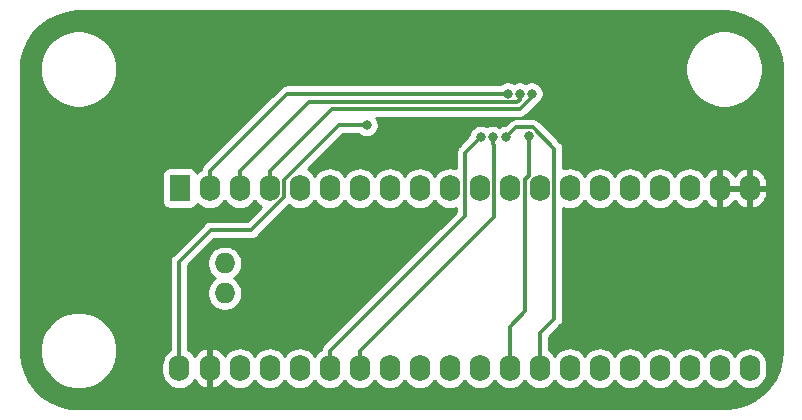
<source format=gbr>
G04 #@! TF.GenerationSoftware,KiCad,Pcbnew,5.1.5*
G04 #@! TF.CreationDate,2020-04-09T00:18:25+02:00*
G04 #@! TF.ProjectId,bluepill_control_board,626c7565-7069-46c6-9c5f-636f6e74726f,rev?*
G04 #@! TF.SameCoordinates,Original*
G04 #@! TF.FileFunction,Copper,L2,Bot*
G04 #@! TF.FilePolarity,Positive*
%FSLAX46Y46*%
G04 Gerber Fmt 4.6, Leading zero omitted, Abs format (unit mm)*
G04 Created by KiCad (PCBNEW 5.1.5) date 2020-04-09 00:18:25*
%MOMM*%
%LPD*%
G04 APERTURE LIST*
%ADD10R,1.727200X2.250000*%
%ADD11O,1.727200X2.250000*%
%ADD12O,1.727200X1.727200*%
%ADD13C,0.800000*%
%ADD14C,0.300000*%
%ADD15C,0.254000*%
G04 APERTURE END LIST*
D10*
X192579600Y-125732400D03*
D11*
X195119600Y-125732400D03*
X197659600Y-125732400D03*
X200199600Y-125732400D03*
X202739600Y-125732400D03*
X205279600Y-125732400D03*
X207819600Y-125732400D03*
X210359600Y-125732400D03*
X212899600Y-125732400D03*
X215439600Y-125732400D03*
X217979600Y-125732400D03*
X220519600Y-125732400D03*
X223059600Y-125732400D03*
X225599600Y-125732400D03*
X228139600Y-125732400D03*
X230679600Y-125732400D03*
X233219600Y-125732400D03*
X235759600Y-125732400D03*
X238299600Y-125732400D03*
X240839600Y-125732400D03*
X240839600Y-140972400D03*
X238299600Y-140972400D03*
X235759600Y-140972400D03*
X233219600Y-140972400D03*
X230679600Y-140972400D03*
X228139600Y-140972400D03*
X225599600Y-140972400D03*
X223059600Y-140972400D03*
X220519600Y-140972400D03*
X217979600Y-140972400D03*
X215439600Y-140972400D03*
X212899600Y-140972400D03*
X210359600Y-140972400D03*
X207819600Y-140972400D03*
X205279600Y-140972400D03*
X202739600Y-140972400D03*
X200199600Y-140972400D03*
X197659600Y-140972400D03*
X195119600Y-140972400D03*
X192528800Y-140972400D03*
D12*
X196389600Y-134632400D03*
X196389600Y-132092400D03*
D13*
X215900000Y-116078000D03*
X229235000Y-122301000D03*
X208407000Y-120396000D03*
X218059000Y-121424000D03*
X219075000Y-121412000D03*
X220206669Y-121423331D03*
X222114990Y-121332169D03*
X220360997Y-117729000D03*
X221361000Y-117729000D03*
X222377000Y-117729000D03*
D14*
X201413210Y-126496493D02*
X198623703Y-129286000D01*
X201413210Y-125081087D02*
X201413210Y-126496493D01*
X208407000Y-120396000D02*
X206098297Y-120396000D01*
X206098297Y-120396000D02*
X201413210Y-125081087D01*
X198623703Y-129286000D02*
X195199000Y-129286000D01*
X192528800Y-131956200D02*
X192528800Y-140972400D01*
X195199000Y-129286000D02*
X192528800Y-131956200D01*
X216765990Y-122717010D02*
X217659001Y-121823999D01*
X217659001Y-121823999D02*
X218059000Y-121424000D01*
X216765990Y-128061010D02*
X216765990Y-122717010D01*
X205279600Y-139547400D02*
X216765990Y-128061010D01*
X205279600Y-140972400D02*
X205279600Y-139547400D01*
X219075000Y-121977685D02*
X219075000Y-121412000D01*
X219193210Y-122095895D02*
X219075000Y-121977685D01*
X219193210Y-128173790D02*
X219193210Y-122095895D01*
X207819600Y-139547400D02*
X219193210Y-128173790D01*
X207819600Y-140972400D02*
X207819600Y-139547400D01*
X224282000Y-123095998D02*
X224282000Y-136779000D01*
X223059600Y-138001400D02*
X223059600Y-140972400D01*
X224282000Y-136779000D02*
X223059600Y-138001400D01*
X221047832Y-120582168D02*
X220206669Y-121423331D01*
X224282000Y-123095998D02*
X224282000Y-122389177D01*
X222474991Y-120582168D02*
X221047832Y-120582168D01*
X224282000Y-122389177D02*
X222474991Y-120582168D01*
X222114990Y-124699307D02*
X221845990Y-124968307D01*
X222114990Y-121332169D02*
X222114990Y-124699307D01*
X221845990Y-124968307D02*
X221845990Y-136167010D01*
X220519600Y-137493400D02*
X220519600Y-140972400D01*
X221845990Y-136167010D02*
X220519600Y-137493400D01*
X195119600Y-124307400D02*
X195119600Y-125732400D01*
X201698000Y-117729000D02*
X195119600Y-124307400D01*
X220360997Y-117729000D02*
X201698000Y-117729000D01*
X221361000Y-118294685D02*
X221361000Y-117729000D01*
X221176684Y-118479001D02*
X221361000Y-118294685D01*
X203487999Y-118479001D02*
X221176684Y-118479001D01*
X197659600Y-124307400D02*
X203487999Y-118479001D01*
X197659600Y-125732400D02*
X197659600Y-124307400D01*
X200199600Y-124307400D02*
X200199600Y-125732400D01*
X205515990Y-118991010D02*
X200199600Y-124307400D01*
X221371795Y-118991010D02*
X205515990Y-118991010D01*
X222377000Y-117985805D02*
X221371795Y-118991010D01*
X222377000Y-117729000D02*
X222377000Y-117985805D01*
D15*
G36*
X239477726Y-110841605D02*
G01*
X240281784Y-111050298D01*
X241039182Y-111391481D01*
X241728270Y-111855401D01*
X242329340Y-112428793D01*
X242825207Y-113095262D01*
X243201691Y-113835751D01*
X243448028Y-114629087D01*
X243559836Y-115472663D01*
X243565001Y-115691827D01*
X243565000Y-139447048D01*
X243492395Y-140302725D01*
X243283701Y-141106786D01*
X242942520Y-141864182D01*
X242478596Y-142553273D01*
X241905207Y-143154340D01*
X241238738Y-143650207D01*
X240498247Y-144026692D01*
X239704913Y-144273028D01*
X238861338Y-144384836D01*
X238642215Y-144390000D01*
X184052952Y-144390000D01*
X183197275Y-144317395D01*
X182393214Y-144108701D01*
X181635818Y-143767520D01*
X180946727Y-143303596D01*
X180345660Y-142730207D01*
X179849793Y-142063738D01*
X179473308Y-141323247D01*
X179226972Y-140529913D01*
X179115164Y-139686338D01*
X179110000Y-139467215D01*
X179110000Y-139151456D01*
X180738000Y-139151456D01*
X180738000Y-139798544D01*
X180864240Y-140433199D01*
X181111871Y-141031031D01*
X181471374Y-141569066D01*
X181928934Y-142026626D01*
X182466969Y-142386129D01*
X183064801Y-142633760D01*
X183699456Y-142760000D01*
X184346544Y-142760000D01*
X184981199Y-142633760D01*
X185579031Y-142386129D01*
X186117066Y-142026626D01*
X186574626Y-141569066D01*
X186934129Y-141031031D01*
X187097184Y-140637381D01*
X191030200Y-140637381D01*
X191030200Y-141307418D01*
X191051884Y-141527576D01*
X191137575Y-141810063D01*
X191276731Y-142070405D01*
X191464003Y-142298597D01*
X191692194Y-142485869D01*
X191952536Y-142625025D01*
X192235023Y-142710716D01*
X192528800Y-142739651D01*
X192822576Y-142710716D01*
X193105063Y-142625025D01*
X193365405Y-142485869D01*
X193593597Y-142298597D01*
X193780869Y-142070406D01*
X193824857Y-141988111D01*
X193944117Y-142171974D01*
X194149732Y-142383273D01*
X194392619Y-142550398D01*
X194663443Y-142666927D01*
X194760574Y-142688758D01*
X194992600Y-142567617D01*
X194992600Y-141099400D01*
X194972600Y-141099400D01*
X194972600Y-140845400D01*
X194992600Y-140845400D01*
X194992600Y-139377183D01*
X194760574Y-139256042D01*
X194663443Y-139277873D01*
X194392619Y-139394402D01*
X194149732Y-139561527D01*
X193944117Y-139772826D01*
X193824857Y-139956689D01*
X193780869Y-139874394D01*
X193593597Y-139646203D01*
X193365406Y-139458931D01*
X193313800Y-139431347D01*
X193313800Y-132281357D01*
X193650356Y-131944801D01*
X194891000Y-131944801D01*
X194891000Y-132239999D01*
X194948590Y-132529525D01*
X195061558Y-132802253D01*
X195225561Y-133047702D01*
X195434298Y-133256439D01*
X195592881Y-133362400D01*
X195434298Y-133468361D01*
X195225561Y-133677098D01*
X195061558Y-133922547D01*
X194948590Y-134195275D01*
X194891000Y-134484801D01*
X194891000Y-134779999D01*
X194948590Y-135069525D01*
X195061558Y-135342253D01*
X195225561Y-135587702D01*
X195434298Y-135796439D01*
X195679747Y-135960442D01*
X195952475Y-136073410D01*
X196242001Y-136131000D01*
X196537199Y-136131000D01*
X196826725Y-136073410D01*
X197099453Y-135960442D01*
X197344902Y-135796439D01*
X197553639Y-135587702D01*
X197717642Y-135342253D01*
X197830610Y-135069525D01*
X197888200Y-134779999D01*
X197888200Y-134484801D01*
X197830610Y-134195275D01*
X197717642Y-133922547D01*
X197553639Y-133677098D01*
X197344902Y-133468361D01*
X197186319Y-133362400D01*
X197344902Y-133256439D01*
X197553639Y-133047702D01*
X197717642Y-132802253D01*
X197830610Y-132529525D01*
X197888200Y-132239999D01*
X197888200Y-131944801D01*
X197830610Y-131655275D01*
X197717642Y-131382547D01*
X197553639Y-131137098D01*
X197344902Y-130928361D01*
X197099453Y-130764358D01*
X196826725Y-130651390D01*
X196537199Y-130593800D01*
X196242001Y-130593800D01*
X195952475Y-130651390D01*
X195679747Y-130764358D01*
X195434298Y-130928361D01*
X195225561Y-131137098D01*
X195061558Y-131382547D01*
X194948590Y-131655275D01*
X194891000Y-131944801D01*
X193650356Y-131944801D01*
X195524158Y-130071000D01*
X198585150Y-130071000D01*
X198623703Y-130074797D01*
X198662256Y-130071000D01*
X198662264Y-130071000D01*
X198777590Y-130059641D01*
X198925563Y-130014754D01*
X199061936Y-129941862D01*
X199181467Y-129843764D01*
X199206050Y-129813810D01*
X201832140Y-127187720D01*
X201902995Y-127245869D01*
X202163337Y-127385025D01*
X202445824Y-127470716D01*
X202739600Y-127499651D01*
X203033377Y-127470716D01*
X203315864Y-127385025D01*
X203576206Y-127245869D01*
X203804397Y-127058597D01*
X203991669Y-126830406D01*
X204009600Y-126796860D01*
X204027531Y-126830406D01*
X204214803Y-127058597D01*
X204442995Y-127245869D01*
X204703337Y-127385025D01*
X204985824Y-127470716D01*
X205279600Y-127499651D01*
X205573377Y-127470716D01*
X205855864Y-127385025D01*
X206116206Y-127245869D01*
X206344397Y-127058597D01*
X206531669Y-126830406D01*
X206549600Y-126796860D01*
X206567531Y-126830406D01*
X206754803Y-127058597D01*
X206982995Y-127245869D01*
X207243337Y-127385025D01*
X207525824Y-127470716D01*
X207819600Y-127499651D01*
X208113377Y-127470716D01*
X208395864Y-127385025D01*
X208656206Y-127245869D01*
X208884397Y-127058597D01*
X209071669Y-126830406D01*
X209089600Y-126796860D01*
X209107531Y-126830406D01*
X209294803Y-127058597D01*
X209522995Y-127245869D01*
X209783337Y-127385025D01*
X210065824Y-127470716D01*
X210359600Y-127499651D01*
X210653377Y-127470716D01*
X210935864Y-127385025D01*
X211196206Y-127245869D01*
X211424397Y-127058597D01*
X211611669Y-126830406D01*
X211629600Y-126796860D01*
X211647531Y-126830406D01*
X211834803Y-127058597D01*
X212062995Y-127245869D01*
X212323337Y-127385025D01*
X212605824Y-127470716D01*
X212899600Y-127499651D01*
X213193377Y-127470716D01*
X213475864Y-127385025D01*
X213736206Y-127245869D01*
X213964397Y-127058597D01*
X214151669Y-126830406D01*
X214169600Y-126796860D01*
X214187531Y-126830406D01*
X214374803Y-127058597D01*
X214602995Y-127245869D01*
X214863337Y-127385025D01*
X215145824Y-127470716D01*
X215439600Y-127499651D01*
X215733377Y-127470716D01*
X215980990Y-127395604D01*
X215980990Y-127735853D01*
X204751785Y-138965058D01*
X204721837Y-138989636D01*
X204697259Y-139019584D01*
X204697255Y-139019588D01*
X204672759Y-139049437D01*
X204623739Y-139109167D01*
X204584777Y-139182060D01*
X204550846Y-139245541D01*
X204505959Y-139393514D01*
X204502657Y-139427041D01*
X204442995Y-139458931D01*
X204214803Y-139646203D01*
X204027531Y-139874394D01*
X204009600Y-139907940D01*
X203991669Y-139874394D01*
X203804397Y-139646203D01*
X203576206Y-139458931D01*
X203315864Y-139319775D01*
X203033377Y-139234084D01*
X202739600Y-139205149D01*
X202445824Y-139234084D01*
X202163337Y-139319775D01*
X201902995Y-139458931D01*
X201674803Y-139646203D01*
X201487531Y-139874394D01*
X201469600Y-139907940D01*
X201451669Y-139874394D01*
X201264397Y-139646203D01*
X201036206Y-139458931D01*
X200775864Y-139319775D01*
X200493377Y-139234084D01*
X200199600Y-139205149D01*
X199905824Y-139234084D01*
X199623337Y-139319775D01*
X199362995Y-139458931D01*
X199134803Y-139646203D01*
X198947531Y-139874394D01*
X198929600Y-139907940D01*
X198911669Y-139874394D01*
X198724397Y-139646203D01*
X198496206Y-139458931D01*
X198235864Y-139319775D01*
X197953377Y-139234084D01*
X197659600Y-139205149D01*
X197365824Y-139234084D01*
X197083337Y-139319775D01*
X196822995Y-139458931D01*
X196594803Y-139646203D01*
X196407531Y-139874394D01*
X196386493Y-139913753D01*
X196295083Y-139772826D01*
X196089468Y-139561527D01*
X195846581Y-139394402D01*
X195575757Y-139277873D01*
X195478626Y-139256042D01*
X195246600Y-139377183D01*
X195246600Y-140845400D01*
X195266600Y-140845400D01*
X195266600Y-141099400D01*
X195246600Y-141099400D01*
X195246600Y-142567617D01*
X195478626Y-142688758D01*
X195575757Y-142666927D01*
X195846581Y-142550398D01*
X196089468Y-142383273D01*
X196295083Y-142171974D01*
X196386494Y-142031047D01*
X196407531Y-142070405D01*
X196594803Y-142298597D01*
X196822994Y-142485869D01*
X197083336Y-142625025D01*
X197365823Y-142710716D01*
X197659600Y-142739651D01*
X197953376Y-142710716D01*
X198235863Y-142625025D01*
X198496205Y-142485869D01*
X198724397Y-142298597D01*
X198911669Y-142070406D01*
X198929600Y-142036859D01*
X198947531Y-142070405D01*
X199134803Y-142298597D01*
X199362994Y-142485869D01*
X199623336Y-142625025D01*
X199905823Y-142710716D01*
X200199600Y-142739651D01*
X200493376Y-142710716D01*
X200775863Y-142625025D01*
X201036205Y-142485869D01*
X201264397Y-142298597D01*
X201451669Y-142070406D01*
X201469600Y-142036859D01*
X201487531Y-142070405D01*
X201674803Y-142298597D01*
X201902994Y-142485869D01*
X202163336Y-142625025D01*
X202445823Y-142710716D01*
X202739600Y-142739651D01*
X203033376Y-142710716D01*
X203315863Y-142625025D01*
X203576205Y-142485869D01*
X203804397Y-142298597D01*
X203991669Y-142070406D01*
X204009600Y-142036859D01*
X204027531Y-142070405D01*
X204214803Y-142298597D01*
X204442994Y-142485869D01*
X204703336Y-142625025D01*
X204985823Y-142710716D01*
X205279600Y-142739651D01*
X205573376Y-142710716D01*
X205855863Y-142625025D01*
X206116205Y-142485869D01*
X206344397Y-142298597D01*
X206531669Y-142070406D01*
X206549600Y-142036859D01*
X206567531Y-142070405D01*
X206754803Y-142298597D01*
X206982994Y-142485869D01*
X207243336Y-142625025D01*
X207525823Y-142710716D01*
X207819600Y-142739651D01*
X208113376Y-142710716D01*
X208395863Y-142625025D01*
X208656205Y-142485869D01*
X208884397Y-142298597D01*
X209071669Y-142070406D01*
X209089600Y-142036859D01*
X209107531Y-142070405D01*
X209294803Y-142298597D01*
X209522994Y-142485869D01*
X209783336Y-142625025D01*
X210065823Y-142710716D01*
X210359600Y-142739651D01*
X210653376Y-142710716D01*
X210935863Y-142625025D01*
X211196205Y-142485869D01*
X211424397Y-142298597D01*
X211611669Y-142070406D01*
X211629600Y-142036859D01*
X211647531Y-142070405D01*
X211834803Y-142298597D01*
X212062994Y-142485869D01*
X212323336Y-142625025D01*
X212605823Y-142710716D01*
X212899600Y-142739651D01*
X213193376Y-142710716D01*
X213475863Y-142625025D01*
X213736205Y-142485869D01*
X213964397Y-142298597D01*
X214151669Y-142070406D01*
X214169600Y-142036859D01*
X214187531Y-142070405D01*
X214374803Y-142298597D01*
X214602994Y-142485869D01*
X214863336Y-142625025D01*
X215145823Y-142710716D01*
X215439600Y-142739651D01*
X215733376Y-142710716D01*
X216015863Y-142625025D01*
X216276205Y-142485869D01*
X216504397Y-142298597D01*
X216691669Y-142070406D01*
X216709600Y-142036859D01*
X216727531Y-142070405D01*
X216914803Y-142298597D01*
X217142994Y-142485869D01*
X217403336Y-142625025D01*
X217685823Y-142710716D01*
X217979600Y-142739651D01*
X218273376Y-142710716D01*
X218555863Y-142625025D01*
X218816205Y-142485869D01*
X219044397Y-142298597D01*
X219231669Y-142070406D01*
X219249600Y-142036859D01*
X219267531Y-142070405D01*
X219454803Y-142298597D01*
X219682994Y-142485869D01*
X219943336Y-142625025D01*
X220225823Y-142710716D01*
X220519600Y-142739651D01*
X220813376Y-142710716D01*
X221095863Y-142625025D01*
X221356205Y-142485869D01*
X221584397Y-142298597D01*
X221771669Y-142070406D01*
X221789600Y-142036859D01*
X221807531Y-142070405D01*
X221994803Y-142298597D01*
X222222994Y-142485869D01*
X222483336Y-142625025D01*
X222765823Y-142710716D01*
X223059600Y-142739651D01*
X223353376Y-142710716D01*
X223635863Y-142625025D01*
X223896205Y-142485869D01*
X224124397Y-142298597D01*
X224311669Y-142070406D01*
X224329600Y-142036859D01*
X224347531Y-142070405D01*
X224534803Y-142298597D01*
X224762994Y-142485869D01*
X225023336Y-142625025D01*
X225305823Y-142710716D01*
X225599600Y-142739651D01*
X225893376Y-142710716D01*
X226175863Y-142625025D01*
X226436205Y-142485869D01*
X226664397Y-142298597D01*
X226851669Y-142070406D01*
X226869600Y-142036859D01*
X226887531Y-142070405D01*
X227074803Y-142298597D01*
X227302994Y-142485869D01*
X227563336Y-142625025D01*
X227845823Y-142710716D01*
X228139600Y-142739651D01*
X228433376Y-142710716D01*
X228715863Y-142625025D01*
X228976205Y-142485869D01*
X229204397Y-142298597D01*
X229391669Y-142070406D01*
X229409600Y-142036859D01*
X229427531Y-142070405D01*
X229614803Y-142298597D01*
X229842994Y-142485869D01*
X230103336Y-142625025D01*
X230385823Y-142710716D01*
X230679600Y-142739651D01*
X230973376Y-142710716D01*
X231255863Y-142625025D01*
X231516205Y-142485869D01*
X231744397Y-142298597D01*
X231931669Y-142070406D01*
X231949600Y-142036859D01*
X231967531Y-142070405D01*
X232154803Y-142298597D01*
X232382994Y-142485869D01*
X232643336Y-142625025D01*
X232925823Y-142710716D01*
X233219600Y-142739651D01*
X233513376Y-142710716D01*
X233795863Y-142625025D01*
X234056205Y-142485869D01*
X234284397Y-142298597D01*
X234471669Y-142070406D01*
X234489600Y-142036859D01*
X234507531Y-142070405D01*
X234694803Y-142298597D01*
X234922994Y-142485869D01*
X235183336Y-142625025D01*
X235465823Y-142710716D01*
X235759600Y-142739651D01*
X236053376Y-142710716D01*
X236335863Y-142625025D01*
X236596205Y-142485869D01*
X236824397Y-142298597D01*
X237011669Y-142070406D01*
X237029600Y-142036859D01*
X237047531Y-142070405D01*
X237234803Y-142298597D01*
X237462994Y-142485869D01*
X237723336Y-142625025D01*
X238005823Y-142710716D01*
X238299600Y-142739651D01*
X238593376Y-142710716D01*
X238875863Y-142625025D01*
X239136205Y-142485869D01*
X239364397Y-142298597D01*
X239551669Y-142070406D01*
X239569600Y-142036859D01*
X239587531Y-142070405D01*
X239774803Y-142298597D01*
X240002994Y-142485869D01*
X240263336Y-142625025D01*
X240545823Y-142710716D01*
X240839600Y-142739651D01*
X241133376Y-142710716D01*
X241415863Y-142625025D01*
X241676205Y-142485869D01*
X241904397Y-142298597D01*
X242091669Y-142070406D01*
X242230825Y-141810064D01*
X242316516Y-141527577D01*
X242338200Y-141307419D01*
X242338200Y-140637382D01*
X242316516Y-140417224D01*
X242230825Y-140134736D01*
X242091669Y-139874394D01*
X241904397Y-139646203D01*
X241676206Y-139458931D01*
X241415864Y-139319775D01*
X241133377Y-139234084D01*
X240839600Y-139205149D01*
X240545824Y-139234084D01*
X240263337Y-139319775D01*
X240002995Y-139458931D01*
X239774803Y-139646203D01*
X239587531Y-139874394D01*
X239569600Y-139907940D01*
X239551669Y-139874394D01*
X239364397Y-139646203D01*
X239136206Y-139458931D01*
X238875864Y-139319775D01*
X238593377Y-139234084D01*
X238299600Y-139205149D01*
X238005824Y-139234084D01*
X237723337Y-139319775D01*
X237462995Y-139458931D01*
X237234803Y-139646203D01*
X237047531Y-139874394D01*
X237029600Y-139907940D01*
X237011669Y-139874394D01*
X236824397Y-139646203D01*
X236596206Y-139458931D01*
X236335864Y-139319775D01*
X236053377Y-139234084D01*
X235759600Y-139205149D01*
X235465824Y-139234084D01*
X235183337Y-139319775D01*
X234922995Y-139458931D01*
X234694803Y-139646203D01*
X234507531Y-139874394D01*
X234489600Y-139907940D01*
X234471669Y-139874394D01*
X234284397Y-139646203D01*
X234056206Y-139458931D01*
X233795864Y-139319775D01*
X233513377Y-139234084D01*
X233219600Y-139205149D01*
X232925824Y-139234084D01*
X232643337Y-139319775D01*
X232382995Y-139458931D01*
X232154803Y-139646203D01*
X231967531Y-139874394D01*
X231949600Y-139907940D01*
X231931669Y-139874394D01*
X231744397Y-139646203D01*
X231516206Y-139458931D01*
X231255864Y-139319775D01*
X230973377Y-139234084D01*
X230679600Y-139205149D01*
X230385824Y-139234084D01*
X230103337Y-139319775D01*
X229842995Y-139458931D01*
X229614803Y-139646203D01*
X229427531Y-139874394D01*
X229409600Y-139907940D01*
X229391669Y-139874394D01*
X229204397Y-139646203D01*
X228976206Y-139458931D01*
X228715864Y-139319775D01*
X228433377Y-139234084D01*
X228139600Y-139205149D01*
X227845824Y-139234084D01*
X227563337Y-139319775D01*
X227302995Y-139458931D01*
X227074803Y-139646203D01*
X226887531Y-139874394D01*
X226869600Y-139907940D01*
X226851669Y-139874394D01*
X226664397Y-139646203D01*
X226436206Y-139458931D01*
X226175864Y-139319775D01*
X225893377Y-139234084D01*
X225599600Y-139205149D01*
X225305824Y-139234084D01*
X225023337Y-139319775D01*
X224762995Y-139458931D01*
X224534803Y-139646203D01*
X224347531Y-139874394D01*
X224329600Y-139907940D01*
X224311669Y-139874394D01*
X224124397Y-139646203D01*
X223896206Y-139458931D01*
X223844600Y-139431347D01*
X223844600Y-138326557D01*
X224809810Y-137361347D01*
X224839764Y-137336764D01*
X224937862Y-137217233D01*
X225010754Y-137080860D01*
X225018548Y-137055167D01*
X225055642Y-136932887D01*
X225065032Y-136837538D01*
X225067000Y-136817561D01*
X225067000Y-136817556D01*
X225070797Y-136779000D01*
X225067000Y-136740444D01*
X225067000Y-127398270D01*
X225305824Y-127470716D01*
X225599600Y-127499651D01*
X225893377Y-127470716D01*
X226175864Y-127385025D01*
X226436206Y-127245869D01*
X226664397Y-127058597D01*
X226851669Y-126830406D01*
X226869600Y-126796860D01*
X226887531Y-126830406D01*
X227074803Y-127058597D01*
X227302995Y-127245869D01*
X227563337Y-127385025D01*
X227845824Y-127470716D01*
X228139600Y-127499651D01*
X228433377Y-127470716D01*
X228715864Y-127385025D01*
X228976206Y-127245869D01*
X229204397Y-127058597D01*
X229391669Y-126830406D01*
X229409600Y-126796860D01*
X229427531Y-126830406D01*
X229614803Y-127058597D01*
X229842995Y-127245869D01*
X230103337Y-127385025D01*
X230385824Y-127470716D01*
X230679600Y-127499651D01*
X230973377Y-127470716D01*
X231255864Y-127385025D01*
X231516206Y-127245869D01*
X231744397Y-127058597D01*
X231931669Y-126830406D01*
X231949600Y-126796860D01*
X231967531Y-126830406D01*
X232154803Y-127058597D01*
X232382995Y-127245869D01*
X232643337Y-127385025D01*
X232925824Y-127470716D01*
X233219600Y-127499651D01*
X233513377Y-127470716D01*
X233795864Y-127385025D01*
X234056206Y-127245869D01*
X234284397Y-127058597D01*
X234471669Y-126830406D01*
X234489600Y-126796860D01*
X234507531Y-126830406D01*
X234694803Y-127058597D01*
X234922995Y-127245869D01*
X235183337Y-127385025D01*
X235465824Y-127470716D01*
X235759600Y-127499651D01*
X236053377Y-127470716D01*
X236335864Y-127385025D01*
X236596206Y-127245869D01*
X236824397Y-127058597D01*
X237011669Y-126830406D01*
X237032707Y-126791047D01*
X237124117Y-126931974D01*
X237329732Y-127143273D01*
X237572619Y-127310398D01*
X237843443Y-127426927D01*
X237940574Y-127448758D01*
X238172600Y-127327617D01*
X238172600Y-125859400D01*
X238426600Y-125859400D01*
X238426600Y-127327617D01*
X238658626Y-127448758D01*
X238755757Y-127426927D01*
X239026581Y-127310398D01*
X239269468Y-127143273D01*
X239475083Y-126931974D01*
X239569600Y-126786258D01*
X239664117Y-126931974D01*
X239869732Y-127143273D01*
X240112619Y-127310398D01*
X240383443Y-127426927D01*
X240480574Y-127448758D01*
X240712600Y-127327617D01*
X240712600Y-125859400D01*
X240966600Y-125859400D01*
X240966600Y-127327617D01*
X241198626Y-127448758D01*
X241295757Y-127426927D01*
X241566581Y-127310398D01*
X241809468Y-127143273D01*
X242015083Y-126931974D01*
X242175525Y-126684622D01*
X242284628Y-126410722D01*
X242338200Y-126120800D01*
X242338200Y-125859400D01*
X240966600Y-125859400D01*
X240712600Y-125859400D01*
X238426600Y-125859400D01*
X238172600Y-125859400D01*
X238152600Y-125859400D01*
X238152600Y-125605400D01*
X238172600Y-125605400D01*
X238172600Y-124137183D01*
X238426600Y-124137183D01*
X238426600Y-125605400D01*
X240712600Y-125605400D01*
X240712600Y-124137183D01*
X240966600Y-124137183D01*
X240966600Y-125605400D01*
X242338200Y-125605400D01*
X242338200Y-125344000D01*
X242284628Y-125054078D01*
X242175525Y-124780178D01*
X242015083Y-124532826D01*
X241809468Y-124321527D01*
X241566581Y-124154402D01*
X241295757Y-124037873D01*
X241198626Y-124016042D01*
X240966600Y-124137183D01*
X240712600Y-124137183D01*
X240480574Y-124016042D01*
X240383443Y-124037873D01*
X240112619Y-124154402D01*
X239869732Y-124321527D01*
X239664117Y-124532826D01*
X239569600Y-124678542D01*
X239475083Y-124532826D01*
X239269468Y-124321527D01*
X239026581Y-124154402D01*
X238755757Y-124037873D01*
X238658626Y-124016042D01*
X238426600Y-124137183D01*
X238172600Y-124137183D01*
X237940574Y-124016042D01*
X237843443Y-124037873D01*
X237572619Y-124154402D01*
X237329732Y-124321527D01*
X237124117Y-124532826D01*
X237032707Y-124673753D01*
X237011669Y-124634394D01*
X236824397Y-124406203D01*
X236596205Y-124218931D01*
X236335863Y-124079775D01*
X236053376Y-123994084D01*
X235759600Y-123965149D01*
X235465823Y-123994084D01*
X235183336Y-124079775D01*
X234922994Y-124218931D01*
X234694803Y-124406203D01*
X234507531Y-124634395D01*
X234489600Y-124667941D01*
X234471669Y-124634394D01*
X234284397Y-124406203D01*
X234056205Y-124218931D01*
X233795863Y-124079775D01*
X233513376Y-123994084D01*
X233219600Y-123965149D01*
X232925823Y-123994084D01*
X232643336Y-124079775D01*
X232382994Y-124218931D01*
X232154803Y-124406203D01*
X231967531Y-124634395D01*
X231949600Y-124667941D01*
X231931669Y-124634394D01*
X231744397Y-124406203D01*
X231516205Y-124218931D01*
X231255863Y-124079775D01*
X230973376Y-123994084D01*
X230679600Y-123965149D01*
X230385823Y-123994084D01*
X230103336Y-124079775D01*
X229842994Y-124218931D01*
X229614803Y-124406203D01*
X229427531Y-124634395D01*
X229409600Y-124667941D01*
X229391669Y-124634394D01*
X229204397Y-124406203D01*
X228976205Y-124218931D01*
X228715863Y-124079775D01*
X228433376Y-123994084D01*
X228139600Y-123965149D01*
X227845823Y-123994084D01*
X227563336Y-124079775D01*
X227302994Y-124218931D01*
X227074803Y-124406203D01*
X226887531Y-124634395D01*
X226869600Y-124667941D01*
X226851669Y-124634394D01*
X226664397Y-124406203D01*
X226436205Y-124218931D01*
X226175863Y-124079775D01*
X225893376Y-123994084D01*
X225599600Y-123965149D01*
X225305823Y-123994084D01*
X225067000Y-124066530D01*
X225067000Y-122427733D01*
X225070797Y-122389177D01*
X225067000Y-122350621D01*
X225067000Y-122350616D01*
X225060000Y-122279544D01*
X225055642Y-122235290D01*
X225010754Y-122087317D01*
X225002446Y-122071774D01*
X224937862Y-121950944D01*
X224839764Y-121831413D01*
X224809810Y-121806830D01*
X223057338Y-120054358D01*
X223032755Y-120024404D01*
X222913224Y-119926306D01*
X222776851Y-119853414D01*
X222628878Y-119808527D01*
X222513552Y-119797168D01*
X222513544Y-119797168D01*
X222474991Y-119793371D01*
X222436438Y-119797168D01*
X221086384Y-119797168D01*
X221047831Y-119793371D01*
X221009278Y-119797168D01*
X221009271Y-119797168D01*
X220908322Y-119807111D01*
X220893944Y-119808527D01*
X220796007Y-119838236D01*
X220745972Y-119853414D01*
X220609599Y-119926306D01*
X220571263Y-119957768D01*
X220520019Y-119999823D01*
X220520016Y-119999826D01*
X220490068Y-120024404D01*
X220465489Y-120054353D01*
X220131511Y-120388331D01*
X220104730Y-120388331D01*
X219904771Y-120428105D01*
X219716413Y-120506126D01*
X219649314Y-120550960D01*
X219565256Y-120494795D01*
X219376898Y-120416774D01*
X219176939Y-120377000D01*
X218973061Y-120377000D01*
X218773102Y-120416774D01*
X218584744Y-120494795D01*
X218558020Y-120512651D01*
X218549256Y-120506795D01*
X218360898Y-120428774D01*
X218160939Y-120389000D01*
X217957061Y-120389000D01*
X217757102Y-120428774D01*
X217568744Y-120506795D01*
X217399226Y-120620063D01*
X217255063Y-120764226D01*
X217141795Y-120933744D01*
X217063774Y-121122102D01*
X217024000Y-121322061D01*
X217024000Y-121348842D01*
X216238175Y-122134668D01*
X216208227Y-122159246D01*
X216183649Y-122189194D01*
X216183645Y-122189198D01*
X216164827Y-122212128D01*
X216110129Y-122278777D01*
X216083175Y-122329205D01*
X216037236Y-122415151D01*
X215992349Y-122563124D01*
X215977193Y-122717010D01*
X215980991Y-122755573D01*
X215980991Y-124069197D01*
X215733376Y-123994084D01*
X215439600Y-123965149D01*
X215145823Y-123994084D01*
X214863336Y-124079775D01*
X214602994Y-124218931D01*
X214374803Y-124406203D01*
X214187531Y-124634395D01*
X214169600Y-124667941D01*
X214151669Y-124634394D01*
X213964397Y-124406203D01*
X213736205Y-124218931D01*
X213475863Y-124079775D01*
X213193376Y-123994084D01*
X212899600Y-123965149D01*
X212605823Y-123994084D01*
X212323336Y-124079775D01*
X212062994Y-124218931D01*
X211834803Y-124406203D01*
X211647531Y-124634395D01*
X211629600Y-124667941D01*
X211611669Y-124634394D01*
X211424397Y-124406203D01*
X211196205Y-124218931D01*
X210935863Y-124079775D01*
X210653376Y-123994084D01*
X210359600Y-123965149D01*
X210065823Y-123994084D01*
X209783336Y-124079775D01*
X209522994Y-124218931D01*
X209294803Y-124406203D01*
X209107531Y-124634395D01*
X209089600Y-124667941D01*
X209071669Y-124634394D01*
X208884397Y-124406203D01*
X208656205Y-124218931D01*
X208395863Y-124079775D01*
X208113376Y-123994084D01*
X207819600Y-123965149D01*
X207525823Y-123994084D01*
X207243336Y-124079775D01*
X206982994Y-124218931D01*
X206754803Y-124406203D01*
X206567531Y-124634395D01*
X206549600Y-124667941D01*
X206531669Y-124634394D01*
X206344397Y-124406203D01*
X206116205Y-124218931D01*
X205855863Y-124079775D01*
X205573376Y-123994084D01*
X205279600Y-123965149D01*
X204985823Y-123994084D01*
X204703336Y-124079775D01*
X204442994Y-124218931D01*
X204214803Y-124406203D01*
X204027531Y-124634395D01*
X204009600Y-124667941D01*
X203991669Y-124634394D01*
X203804397Y-124406203D01*
X203576205Y-124218931D01*
X203451943Y-124152511D01*
X206423454Y-121181000D01*
X207728289Y-121181000D01*
X207747226Y-121199937D01*
X207916744Y-121313205D01*
X208105102Y-121391226D01*
X208305061Y-121431000D01*
X208508939Y-121431000D01*
X208708898Y-121391226D01*
X208897256Y-121313205D01*
X209066774Y-121199937D01*
X209210937Y-121055774D01*
X209324205Y-120886256D01*
X209402226Y-120697898D01*
X209442000Y-120497939D01*
X209442000Y-120294061D01*
X209402226Y-120094102D01*
X209324205Y-119905744D01*
X209237520Y-119776010D01*
X221333242Y-119776010D01*
X221371795Y-119779807D01*
X221410348Y-119776010D01*
X221410356Y-119776010D01*
X221525682Y-119764651D01*
X221673655Y-119719764D01*
X221810028Y-119646872D01*
X221929559Y-119548774D01*
X221954142Y-119518820D01*
X222798120Y-118674842D01*
X222867256Y-118646205D01*
X223036774Y-118532937D01*
X223180937Y-118388774D01*
X223294205Y-118219256D01*
X223372226Y-118030898D01*
X223412000Y-117830939D01*
X223412000Y-117627061D01*
X223372226Y-117427102D01*
X223294205Y-117238744D01*
X223180937Y-117069226D01*
X223036774Y-116925063D01*
X222867256Y-116811795D01*
X222678898Y-116733774D01*
X222478939Y-116694000D01*
X222275061Y-116694000D01*
X222075102Y-116733774D01*
X221886744Y-116811795D01*
X221869000Y-116823651D01*
X221851256Y-116811795D01*
X221662898Y-116733774D01*
X221462939Y-116694000D01*
X221259061Y-116694000D01*
X221059102Y-116733774D01*
X220870744Y-116811795D01*
X220860999Y-116818307D01*
X220851253Y-116811795D01*
X220662895Y-116733774D01*
X220462936Y-116694000D01*
X220259058Y-116694000D01*
X220059099Y-116733774D01*
X219870741Y-116811795D01*
X219701223Y-116925063D01*
X219682286Y-116944000D01*
X201736552Y-116944000D01*
X201697999Y-116940203D01*
X201659446Y-116944000D01*
X201659439Y-116944000D01*
X201558490Y-116953943D01*
X201544112Y-116955359D01*
X201509672Y-116965806D01*
X201396140Y-117000246D01*
X201259767Y-117073138D01*
X201187753Y-117132239D01*
X201170187Y-117146655D01*
X201170184Y-117146658D01*
X201140236Y-117171236D01*
X201115658Y-117201184D01*
X194591790Y-123725053D01*
X194561836Y-123749636D01*
X194463738Y-123869168D01*
X194390846Y-124005541D01*
X194345959Y-124153514D01*
X194342657Y-124187040D01*
X194282994Y-124218931D01*
X194054803Y-124406203D01*
X194048186Y-124414265D01*
X194032702Y-124363220D01*
X193973737Y-124252906D01*
X193894385Y-124156215D01*
X193797694Y-124076863D01*
X193687380Y-124017898D01*
X193567682Y-123981588D01*
X193443200Y-123969328D01*
X191716000Y-123969328D01*
X191591518Y-123981588D01*
X191471820Y-124017898D01*
X191361506Y-124076863D01*
X191264815Y-124156215D01*
X191185463Y-124252906D01*
X191126498Y-124363220D01*
X191090188Y-124482918D01*
X191077928Y-124607400D01*
X191077928Y-126857400D01*
X191090188Y-126981882D01*
X191126498Y-127101580D01*
X191185463Y-127211894D01*
X191264815Y-127308585D01*
X191361506Y-127387937D01*
X191471820Y-127446902D01*
X191591518Y-127483212D01*
X191716000Y-127495472D01*
X193443200Y-127495472D01*
X193567682Y-127483212D01*
X193687380Y-127446902D01*
X193797694Y-127387937D01*
X193894385Y-127308585D01*
X193973737Y-127211894D01*
X194032702Y-127101580D01*
X194048186Y-127050535D01*
X194054803Y-127058597D01*
X194282995Y-127245869D01*
X194543337Y-127385025D01*
X194825824Y-127470716D01*
X195119600Y-127499651D01*
X195413377Y-127470716D01*
X195695864Y-127385025D01*
X195956206Y-127245869D01*
X196184397Y-127058597D01*
X196371669Y-126830406D01*
X196389600Y-126796860D01*
X196407531Y-126830406D01*
X196594803Y-127058597D01*
X196822995Y-127245869D01*
X197083337Y-127385025D01*
X197365824Y-127470716D01*
X197659600Y-127499651D01*
X197953377Y-127470716D01*
X198235864Y-127385025D01*
X198496206Y-127245869D01*
X198724397Y-127058597D01*
X198911669Y-126830406D01*
X198929600Y-126796860D01*
X198947531Y-126830406D01*
X199134803Y-127058597D01*
X199362995Y-127245869D01*
X199487257Y-127312289D01*
X198298546Y-128501000D01*
X195237552Y-128501000D01*
X195198999Y-128497203D01*
X195160446Y-128501000D01*
X195160439Y-128501000D01*
X195045113Y-128512359D01*
X194897140Y-128557246D01*
X194760767Y-128630138D01*
X194700559Y-128679550D01*
X194671187Y-128703655D01*
X194671184Y-128703658D01*
X194641236Y-128728236D01*
X194616658Y-128758184D01*
X192000990Y-131373853D01*
X191971036Y-131398436D01*
X191872938Y-131517968D01*
X191800046Y-131654341D01*
X191755159Y-131802314D01*
X191743800Y-131917640D01*
X191743800Y-131917647D01*
X191740003Y-131956200D01*
X191743800Y-131994753D01*
X191743801Y-139431347D01*
X191692195Y-139458931D01*
X191464003Y-139646203D01*
X191276731Y-139874394D01*
X191137575Y-140134736D01*
X191051884Y-140417223D01*
X191030200Y-140637381D01*
X187097184Y-140637381D01*
X187181760Y-140433199D01*
X187308000Y-139798544D01*
X187308000Y-139151456D01*
X187181760Y-138516801D01*
X186934129Y-137918969D01*
X186574626Y-137380934D01*
X186117066Y-136923374D01*
X185579031Y-136563871D01*
X184981199Y-136316240D01*
X184346544Y-136190000D01*
X183699456Y-136190000D01*
X183064801Y-136316240D01*
X182466969Y-136563871D01*
X181928934Y-136923374D01*
X181471374Y-137380934D01*
X181111871Y-137918969D01*
X180864240Y-138516801D01*
X180738000Y-139151456D01*
X179110000Y-139151456D01*
X179110000Y-115711952D01*
X179142709Y-115326456D01*
X180715000Y-115326456D01*
X180715000Y-115973544D01*
X180841240Y-116608199D01*
X181088871Y-117206031D01*
X181448374Y-117744066D01*
X181905934Y-118201626D01*
X182443969Y-118561129D01*
X183041801Y-118808760D01*
X183676456Y-118935000D01*
X184323544Y-118935000D01*
X184958199Y-118808760D01*
X185556031Y-118561129D01*
X186094066Y-118201626D01*
X186551626Y-117744066D01*
X186911129Y-117206031D01*
X187158760Y-116608199D01*
X187285000Y-115973544D01*
X187285000Y-115326456D01*
X235390000Y-115326456D01*
X235390000Y-115973544D01*
X235516240Y-116608199D01*
X235763871Y-117206031D01*
X236123374Y-117744066D01*
X236580934Y-118201626D01*
X237118969Y-118561129D01*
X237716801Y-118808760D01*
X238351456Y-118935000D01*
X238998544Y-118935000D01*
X239633199Y-118808760D01*
X240231031Y-118561129D01*
X240769066Y-118201626D01*
X241226626Y-117744066D01*
X241586129Y-117206031D01*
X241833760Y-116608199D01*
X241960000Y-115973544D01*
X241960000Y-115326456D01*
X241833760Y-114691801D01*
X241586129Y-114093969D01*
X241226626Y-113555934D01*
X240769066Y-113098374D01*
X240231031Y-112738871D01*
X239633199Y-112491240D01*
X238998544Y-112365000D01*
X238351456Y-112365000D01*
X237716801Y-112491240D01*
X237118969Y-112738871D01*
X236580934Y-113098374D01*
X236123374Y-113555934D01*
X235763871Y-114093969D01*
X235516240Y-114691801D01*
X235390000Y-115326456D01*
X187285000Y-115326456D01*
X187158760Y-114691801D01*
X186911129Y-114093969D01*
X186551626Y-113555934D01*
X186094066Y-113098374D01*
X185556031Y-112738871D01*
X184958199Y-112491240D01*
X184323544Y-112365000D01*
X183676456Y-112365000D01*
X183041801Y-112491240D01*
X182443969Y-112738871D01*
X181905934Y-113098374D01*
X181448374Y-113555934D01*
X181088871Y-114093969D01*
X180841240Y-114691801D01*
X180715000Y-115326456D01*
X179142709Y-115326456D01*
X179182605Y-114856274D01*
X179391298Y-114052216D01*
X179732481Y-113294818D01*
X180196401Y-112605730D01*
X180769793Y-112004660D01*
X181436262Y-111508793D01*
X182176751Y-111132309D01*
X182970087Y-110885972D01*
X183813663Y-110774164D01*
X184032785Y-110769000D01*
X238622048Y-110769000D01*
X239477726Y-110841605D01*
G37*
X239477726Y-110841605D02*
X240281784Y-111050298D01*
X241039182Y-111391481D01*
X241728270Y-111855401D01*
X242329340Y-112428793D01*
X242825207Y-113095262D01*
X243201691Y-113835751D01*
X243448028Y-114629087D01*
X243559836Y-115472663D01*
X243565001Y-115691827D01*
X243565000Y-139447048D01*
X243492395Y-140302725D01*
X243283701Y-141106786D01*
X242942520Y-141864182D01*
X242478596Y-142553273D01*
X241905207Y-143154340D01*
X241238738Y-143650207D01*
X240498247Y-144026692D01*
X239704913Y-144273028D01*
X238861338Y-144384836D01*
X238642215Y-144390000D01*
X184052952Y-144390000D01*
X183197275Y-144317395D01*
X182393214Y-144108701D01*
X181635818Y-143767520D01*
X180946727Y-143303596D01*
X180345660Y-142730207D01*
X179849793Y-142063738D01*
X179473308Y-141323247D01*
X179226972Y-140529913D01*
X179115164Y-139686338D01*
X179110000Y-139467215D01*
X179110000Y-139151456D01*
X180738000Y-139151456D01*
X180738000Y-139798544D01*
X180864240Y-140433199D01*
X181111871Y-141031031D01*
X181471374Y-141569066D01*
X181928934Y-142026626D01*
X182466969Y-142386129D01*
X183064801Y-142633760D01*
X183699456Y-142760000D01*
X184346544Y-142760000D01*
X184981199Y-142633760D01*
X185579031Y-142386129D01*
X186117066Y-142026626D01*
X186574626Y-141569066D01*
X186934129Y-141031031D01*
X187097184Y-140637381D01*
X191030200Y-140637381D01*
X191030200Y-141307418D01*
X191051884Y-141527576D01*
X191137575Y-141810063D01*
X191276731Y-142070405D01*
X191464003Y-142298597D01*
X191692194Y-142485869D01*
X191952536Y-142625025D01*
X192235023Y-142710716D01*
X192528800Y-142739651D01*
X192822576Y-142710716D01*
X193105063Y-142625025D01*
X193365405Y-142485869D01*
X193593597Y-142298597D01*
X193780869Y-142070406D01*
X193824857Y-141988111D01*
X193944117Y-142171974D01*
X194149732Y-142383273D01*
X194392619Y-142550398D01*
X194663443Y-142666927D01*
X194760574Y-142688758D01*
X194992600Y-142567617D01*
X194992600Y-141099400D01*
X194972600Y-141099400D01*
X194972600Y-140845400D01*
X194992600Y-140845400D01*
X194992600Y-139377183D01*
X194760574Y-139256042D01*
X194663443Y-139277873D01*
X194392619Y-139394402D01*
X194149732Y-139561527D01*
X193944117Y-139772826D01*
X193824857Y-139956689D01*
X193780869Y-139874394D01*
X193593597Y-139646203D01*
X193365406Y-139458931D01*
X193313800Y-139431347D01*
X193313800Y-132281357D01*
X193650356Y-131944801D01*
X194891000Y-131944801D01*
X194891000Y-132239999D01*
X194948590Y-132529525D01*
X195061558Y-132802253D01*
X195225561Y-133047702D01*
X195434298Y-133256439D01*
X195592881Y-133362400D01*
X195434298Y-133468361D01*
X195225561Y-133677098D01*
X195061558Y-133922547D01*
X194948590Y-134195275D01*
X194891000Y-134484801D01*
X194891000Y-134779999D01*
X194948590Y-135069525D01*
X195061558Y-135342253D01*
X195225561Y-135587702D01*
X195434298Y-135796439D01*
X195679747Y-135960442D01*
X195952475Y-136073410D01*
X196242001Y-136131000D01*
X196537199Y-136131000D01*
X196826725Y-136073410D01*
X197099453Y-135960442D01*
X197344902Y-135796439D01*
X197553639Y-135587702D01*
X197717642Y-135342253D01*
X197830610Y-135069525D01*
X197888200Y-134779999D01*
X197888200Y-134484801D01*
X197830610Y-134195275D01*
X197717642Y-133922547D01*
X197553639Y-133677098D01*
X197344902Y-133468361D01*
X197186319Y-133362400D01*
X197344902Y-133256439D01*
X197553639Y-133047702D01*
X197717642Y-132802253D01*
X197830610Y-132529525D01*
X197888200Y-132239999D01*
X197888200Y-131944801D01*
X197830610Y-131655275D01*
X197717642Y-131382547D01*
X197553639Y-131137098D01*
X197344902Y-130928361D01*
X197099453Y-130764358D01*
X196826725Y-130651390D01*
X196537199Y-130593800D01*
X196242001Y-130593800D01*
X195952475Y-130651390D01*
X195679747Y-130764358D01*
X195434298Y-130928361D01*
X195225561Y-131137098D01*
X195061558Y-131382547D01*
X194948590Y-131655275D01*
X194891000Y-131944801D01*
X193650356Y-131944801D01*
X195524158Y-130071000D01*
X198585150Y-130071000D01*
X198623703Y-130074797D01*
X198662256Y-130071000D01*
X198662264Y-130071000D01*
X198777590Y-130059641D01*
X198925563Y-130014754D01*
X199061936Y-129941862D01*
X199181467Y-129843764D01*
X199206050Y-129813810D01*
X201832140Y-127187720D01*
X201902995Y-127245869D01*
X202163337Y-127385025D01*
X202445824Y-127470716D01*
X202739600Y-127499651D01*
X203033377Y-127470716D01*
X203315864Y-127385025D01*
X203576206Y-127245869D01*
X203804397Y-127058597D01*
X203991669Y-126830406D01*
X204009600Y-126796860D01*
X204027531Y-126830406D01*
X204214803Y-127058597D01*
X204442995Y-127245869D01*
X204703337Y-127385025D01*
X204985824Y-127470716D01*
X205279600Y-127499651D01*
X205573377Y-127470716D01*
X205855864Y-127385025D01*
X206116206Y-127245869D01*
X206344397Y-127058597D01*
X206531669Y-126830406D01*
X206549600Y-126796860D01*
X206567531Y-126830406D01*
X206754803Y-127058597D01*
X206982995Y-127245869D01*
X207243337Y-127385025D01*
X207525824Y-127470716D01*
X207819600Y-127499651D01*
X208113377Y-127470716D01*
X208395864Y-127385025D01*
X208656206Y-127245869D01*
X208884397Y-127058597D01*
X209071669Y-126830406D01*
X209089600Y-126796860D01*
X209107531Y-126830406D01*
X209294803Y-127058597D01*
X209522995Y-127245869D01*
X209783337Y-127385025D01*
X210065824Y-127470716D01*
X210359600Y-127499651D01*
X210653377Y-127470716D01*
X210935864Y-127385025D01*
X211196206Y-127245869D01*
X211424397Y-127058597D01*
X211611669Y-126830406D01*
X211629600Y-126796860D01*
X211647531Y-126830406D01*
X211834803Y-127058597D01*
X212062995Y-127245869D01*
X212323337Y-127385025D01*
X212605824Y-127470716D01*
X212899600Y-127499651D01*
X213193377Y-127470716D01*
X213475864Y-127385025D01*
X213736206Y-127245869D01*
X213964397Y-127058597D01*
X214151669Y-126830406D01*
X214169600Y-126796860D01*
X214187531Y-126830406D01*
X214374803Y-127058597D01*
X214602995Y-127245869D01*
X214863337Y-127385025D01*
X215145824Y-127470716D01*
X215439600Y-127499651D01*
X215733377Y-127470716D01*
X215980990Y-127395604D01*
X215980990Y-127735853D01*
X204751785Y-138965058D01*
X204721837Y-138989636D01*
X204697259Y-139019584D01*
X204697255Y-139019588D01*
X204672759Y-139049437D01*
X204623739Y-139109167D01*
X204584777Y-139182060D01*
X204550846Y-139245541D01*
X204505959Y-139393514D01*
X204502657Y-139427041D01*
X204442995Y-139458931D01*
X204214803Y-139646203D01*
X204027531Y-139874394D01*
X204009600Y-139907940D01*
X203991669Y-139874394D01*
X203804397Y-139646203D01*
X203576206Y-139458931D01*
X203315864Y-139319775D01*
X203033377Y-139234084D01*
X202739600Y-139205149D01*
X202445824Y-139234084D01*
X202163337Y-139319775D01*
X201902995Y-139458931D01*
X201674803Y-139646203D01*
X201487531Y-139874394D01*
X201469600Y-139907940D01*
X201451669Y-139874394D01*
X201264397Y-139646203D01*
X201036206Y-139458931D01*
X200775864Y-139319775D01*
X200493377Y-139234084D01*
X200199600Y-139205149D01*
X199905824Y-139234084D01*
X199623337Y-139319775D01*
X199362995Y-139458931D01*
X199134803Y-139646203D01*
X198947531Y-139874394D01*
X198929600Y-139907940D01*
X198911669Y-139874394D01*
X198724397Y-139646203D01*
X198496206Y-139458931D01*
X198235864Y-139319775D01*
X197953377Y-139234084D01*
X197659600Y-139205149D01*
X197365824Y-139234084D01*
X197083337Y-139319775D01*
X196822995Y-139458931D01*
X196594803Y-139646203D01*
X196407531Y-139874394D01*
X196386493Y-139913753D01*
X196295083Y-139772826D01*
X196089468Y-139561527D01*
X195846581Y-139394402D01*
X195575757Y-139277873D01*
X195478626Y-139256042D01*
X195246600Y-139377183D01*
X195246600Y-140845400D01*
X195266600Y-140845400D01*
X195266600Y-141099400D01*
X195246600Y-141099400D01*
X195246600Y-142567617D01*
X195478626Y-142688758D01*
X195575757Y-142666927D01*
X195846581Y-142550398D01*
X196089468Y-142383273D01*
X196295083Y-142171974D01*
X196386494Y-142031047D01*
X196407531Y-142070405D01*
X196594803Y-142298597D01*
X196822994Y-142485869D01*
X197083336Y-142625025D01*
X197365823Y-142710716D01*
X197659600Y-142739651D01*
X197953376Y-142710716D01*
X198235863Y-142625025D01*
X198496205Y-142485869D01*
X198724397Y-142298597D01*
X198911669Y-142070406D01*
X198929600Y-142036859D01*
X198947531Y-142070405D01*
X199134803Y-142298597D01*
X199362994Y-142485869D01*
X199623336Y-142625025D01*
X199905823Y-142710716D01*
X200199600Y-142739651D01*
X200493376Y-142710716D01*
X200775863Y-142625025D01*
X201036205Y-142485869D01*
X201264397Y-142298597D01*
X201451669Y-142070406D01*
X201469600Y-142036859D01*
X201487531Y-142070405D01*
X201674803Y-142298597D01*
X201902994Y-142485869D01*
X202163336Y-142625025D01*
X202445823Y-142710716D01*
X202739600Y-142739651D01*
X203033376Y-142710716D01*
X203315863Y-142625025D01*
X203576205Y-142485869D01*
X203804397Y-142298597D01*
X203991669Y-142070406D01*
X204009600Y-142036859D01*
X204027531Y-142070405D01*
X204214803Y-142298597D01*
X204442994Y-142485869D01*
X204703336Y-142625025D01*
X204985823Y-142710716D01*
X205279600Y-142739651D01*
X205573376Y-142710716D01*
X205855863Y-142625025D01*
X206116205Y-142485869D01*
X206344397Y-142298597D01*
X206531669Y-142070406D01*
X206549600Y-142036859D01*
X206567531Y-142070405D01*
X206754803Y-142298597D01*
X206982994Y-142485869D01*
X207243336Y-142625025D01*
X207525823Y-142710716D01*
X207819600Y-142739651D01*
X208113376Y-142710716D01*
X208395863Y-142625025D01*
X208656205Y-142485869D01*
X208884397Y-142298597D01*
X209071669Y-142070406D01*
X209089600Y-142036859D01*
X209107531Y-142070405D01*
X209294803Y-142298597D01*
X209522994Y-142485869D01*
X209783336Y-142625025D01*
X210065823Y-142710716D01*
X210359600Y-142739651D01*
X210653376Y-142710716D01*
X210935863Y-142625025D01*
X211196205Y-142485869D01*
X211424397Y-142298597D01*
X211611669Y-142070406D01*
X211629600Y-142036859D01*
X211647531Y-142070405D01*
X211834803Y-142298597D01*
X212062994Y-142485869D01*
X212323336Y-142625025D01*
X212605823Y-142710716D01*
X212899600Y-142739651D01*
X213193376Y-142710716D01*
X213475863Y-142625025D01*
X213736205Y-142485869D01*
X213964397Y-142298597D01*
X214151669Y-142070406D01*
X214169600Y-142036859D01*
X214187531Y-142070405D01*
X214374803Y-142298597D01*
X214602994Y-142485869D01*
X214863336Y-142625025D01*
X215145823Y-142710716D01*
X215439600Y-142739651D01*
X215733376Y-142710716D01*
X216015863Y-142625025D01*
X216276205Y-142485869D01*
X216504397Y-142298597D01*
X216691669Y-142070406D01*
X216709600Y-142036859D01*
X216727531Y-142070405D01*
X216914803Y-142298597D01*
X217142994Y-142485869D01*
X217403336Y-142625025D01*
X217685823Y-142710716D01*
X217979600Y-142739651D01*
X218273376Y-142710716D01*
X218555863Y-142625025D01*
X218816205Y-142485869D01*
X219044397Y-142298597D01*
X219231669Y-142070406D01*
X219249600Y-142036859D01*
X219267531Y-142070405D01*
X219454803Y-142298597D01*
X219682994Y-142485869D01*
X219943336Y-142625025D01*
X220225823Y-142710716D01*
X220519600Y-142739651D01*
X220813376Y-142710716D01*
X221095863Y-142625025D01*
X221356205Y-142485869D01*
X221584397Y-142298597D01*
X221771669Y-142070406D01*
X221789600Y-142036859D01*
X221807531Y-142070405D01*
X221994803Y-142298597D01*
X222222994Y-142485869D01*
X222483336Y-142625025D01*
X222765823Y-142710716D01*
X223059600Y-142739651D01*
X223353376Y-142710716D01*
X223635863Y-142625025D01*
X223896205Y-142485869D01*
X224124397Y-142298597D01*
X224311669Y-142070406D01*
X224329600Y-142036859D01*
X224347531Y-142070405D01*
X224534803Y-142298597D01*
X224762994Y-142485869D01*
X225023336Y-142625025D01*
X225305823Y-142710716D01*
X225599600Y-142739651D01*
X225893376Y-142710716D01*
X226175863Y-142625025D01*
X226436205Y-142485869D01*
X226664397Y-142298597D01*
X226851669Y-142070406D01*
X226869600Y-142036859D01*
X226887531Y-142070405D01*
X227074803Y-142298597D01*
X227302994Y-142485869D01*
X227563336Y-142625025D01*
X227845823Y-142710716D01*
X228139600Y-142739651D01*
X228433376Y-142710716D01*
X228715863Y-142625025D01*
X228976205Y-142485869D01*
X229204397Y-142298597D01*
X229391669Y-142070406D01*
X229409600Y-142036859D01*
X229427531Y-142070405D01*
X229614803Y-142298597D01*
X229842994Y-142485869D01*
X230103336Y-142625025D01*
X230385823Y-142710716D01*
X230679600Y-142739651D01*
X230973376Y-142710716D01*
X231255863Y-142625025D01*
X231516205Y-142485869D01*
X231744397Y-142298597D01*
X231931669Y-142070406D01*
X231949600Y-142036859D01*
X231967531Y-142070405D01*
X232154803Y-142298597D01*
X232382994Y-142485869D01*
X232643336Y-142625025D01*
X232925823Y-142710716D01*
X233219600Y-142739651D01*
X233513376Y-142710716D01*
X233795863Y-142625025D01*
X234056205Y-142485869D01*
X234284397Y-142298597D01*
X234471669Y-142070406D01*
X234489600Y-142036859D01*
X234507531Y-142070405D01*
X234694803Y-142298597D01*
X234922994Y-142485869D01*
X235183336Y-142625025D01*
X235465823Y-142710716D01*
X235759600Y-142739651D01*
X236053376Y-142710716D01*
X236335863Y-142625025D01*
X236596205Y-142485869D01*
X236824397Y-142298597D01*
X237011669Y-142070406D01*
X237029600Y-142036859D01*
X237047531Y-142070405D01*
X237234803Y-142298597D01*
X237462994Y-142485869D01*
X237723336Y-142625025D01*
X238005823Y-142710716D01*
X238299600Y-142739651D01*
X238593376Y-142710716D01*
X238875863Y-142625025D01*
X239136205Y-142485869D01*
X239364397Y-142298597D01*
X239551669Y-142070406D01*
X239569600Y-142036859D01*
X239587531Y-142070405D01*
X239774803Y-142298597D01*
X240002994Y-142485869D01*
X240263336Y-142625025D01*
X240545823Y-142710716D01*
X240839600Y-142739651D01*
X241133376Y-142710716D01*
X241415863Y-142625025D01*
X241676205Y-142485869D01*
X241904397Y-142298597D01*
X242091669Y-142070406D01*
X242230825Y-141810064D01*
X242316516Y-141527577D01*
X242338200Y-141307419D01*
X242338200Y-140637382D01*
X242316516Y-140417224D01*
X242230825Y-140134736D01*
X242091669Y-139874394D01*
X241904397Y-139646203D01*
X241676206Y-139458931D01*
X241415864Y-139319775D01*
X241133377Y-139234084D01*
X240839600Y-139205149D01*
X240545824Y-139234084D01*
X240263337Y-139319775D01*
X240002995Y-139458931D01*
X239774803Y-139646203D01*
X239587531Y-139874394D01*
X239569600Y-139907940D01*
X239551669Y-139874394D01*
X239364397Y-139646203D01*
X239136206Y-139458931D01*
X238875864Y-139319775D01*
X238593377Y-139234084D01*
X238299600Y-139205149D01*
X238005824Y-139234084D01*
X237723337Y-139319775D01*
X237462995Y-139458931D01*
X237234803Y-139646203D01*
X237047531Y-139874394D01*
X237029600Y-139907940D01*
X237011669Y-139874394D01*
X236824397Y-139646203D01*
X236596206Y-139458931D01*
X236335864Y-139319775D01*
X236053377Y-139234084D01*
X235759600Y-139205149D01*
X235465824Y-139234084D01*
X235183337Y-139319775D01*
X234922995Y-139458931D01*
X234694803Y-139646203D01*
X234507531Y-139874394D01*
X234489600Y-139907940D01*
X234471669Y-139874394D01*
X234284397Y-139646203D01*
X234056206Y-139458931D01*
X233795864Y-139319775D01*
X233513377Y-139234084D01*
X233219600Y-139205149D01*
X232925824Y-139234084D01*
X232643337Y-139319775D01*
X232382995Y-139458931D01*
X232154803Y-139646203D01*
X231967531Y-139874394D01*
X231949600Y-139907940D01*
X231931669Y-139874394D01*
X231744397Y-139646203D01*
X231516206Y-139458931D01*
X231255864Y-139319775D01*
X230973377Y-139234084D01*
X230679600Y-139205149D01*
X230385824Y-139234084D01*
X230103337Y-139319775D01*
X229842995Y-139458931D01*
X229614803Y-139646203D01*
X229427531Y-139874394D01*
X229409600Y-139907940D01*
X229391669Y-139874394D01*
X229204397Y-139646203D01*
X228976206Y-139458931D01*
X228715864Y-139319775D01*
X228433377Y-139234084D01*
X228139600Y-139205149D01*
X227845824Y-139234084D01*
X227563337Y-139319775D01*
X227302995Y-139458931D01*
X227074803Y-139646203D01*
X226887531Y-139874394D01*
X226869600Y-139907940D01*
X226851669Y-139874394D01*
X226664397Y-139646203D01*
X226436206Y-139458931D01*
X226175864Y-139319775D01*
X225893377Y-139234084D01*
X225599600Y-139205149D01*
X225305824Y-139234084D01*
X225023337Y-139319775D01*
X224762995Y-139458931D01*
X224534803Y-139646203D01*
X224347531Y-139874394D01*
X224329600Y-139907940D01*
X224311669Y-139874394D01*
X224124397Y-139646203D01*
X223896206Y-139458931D01*
X223844600Y-139431347D01*
X223844600Y-138326557D01*
X224809810Y-137361347D01*
X224839764Y-137336764D01*
X224937862Y-137217233D01*
X225010754Y-137080860D01*
X225018548Y-137055167D01*
X225055642Y-136932887D01*
X225065032Y-136837538D01*
X225067000Y-136817561D01*
X225067000Y-136817556D01*
X225070797Y-136779000D01*
X225067000Y-136740444D01*
X225067000Y-127398270D01*
X225305824Y-127470716D01*
X225599600Y-127499651D01*
X225893377Y-127470716D01*
X226175864Y-127385025D01*
X226436206Y-127245869D01*
X226664397Y-127058597D01*
X226851669Y-126830406D01*
X226869600Y-126796860D01*
X226887531Y-126830406D01*
X227074803Y-127058597D01*
X227302995Y-127245869D01*
X227563337Y-127385025D01*
X227845824Y-127470716D01*
X228139600Y-127499651D01*
X228433377Y-127470716D01*
X228715864Y-127385025D01*
X228976206Y-127245869D01*
X229204397Y-127058597D01*
X229391669Y-126830406D01*
X229409600Y-126796860D01*
X229427531Y-126830406D01*
X229614803Y-127058597D01*
X229842995Y-127245869D01*
X230103337Y-127385025D01*
X230385824Y-127470716D01*
X230679600Y-127499651D01*
X230973377Y-127470716D01*
X231255864Y-127385025D01*
X231516206Y-127245869D01*
X231744397Y-127058597D01*
X231931669Y-126830406D01*
X231949600Y-126796860D01*
X231967531Y-126830406D01*
X232154803Y-127058597D01*
X232382995Y-127245869D01*
X232643337Y-127385025D01*
X232925824Y-127470716D01*
X233219600Y-127499651D01*
X233513377Y-127470716D01*
X233795864Y-127385025D01*
X234056206Y-127245869D01*
X234284397Y-127058597D01*
X234471669Y-126830406D01*
X234489600Y-126796860D01*
X234507531Y-126830406D01*
X234694803Y-127058597D01*
X234922995Y-127245869D01*
X235183337Y-127385025D01*
X235465824Y-127470716D01*
X235759600Y-127499651D01*
X236053377Y-127470716D01*
X236335864Y-127385025D01*
X236596206Y-127245869D01*
X236824397Y-127058597D01*
X237011669Y-126830406D01*
X237032707Y-126791047D01*
X237124117Y-126931974D01*
X237329732Y-127143273D01*
X237572619Y-127310398D01*
X237843443Y-127426927D01*
X237940574Y-127448758D01*
X238172600Y-127327617D01*
X238172600Y-125859400D01*
X238426600Y-125859400D01*
X238426600Y-127327617D01*
X238658626Y-127448758D01*
X238755757Y-127426927D01*
X239026581Y-127310398D01*
X239269468Y-127143273D01*
X239475083Y-126931974D01*
X239569600Y-126786258D01*
X239664117Y-126931974D01*
X239869732Y-127143273D01*
X240112619Y-127310398D01*
X240383443Y-127426927D01*
X240480574Y-127448758D01*
X240712600Y-127327617D01*
X240712600Y-125859400D01*
X240966600Y-125859400D01*
X240966600Y-127327617D01*
X241198626Y-127448758D01*
X241295757Y-127426927D01*
X241566581Y-127310398D01*
X241809468Y-127143273D01*
X242015083Y-126931974D01*
X242175525Y-126684622D01*
X242284628Y-126410722D01*
X242338200Y-126120800D01*
X242338200Y-125859400D01*
X240966600Y-125859400D01*
X240712600Y-125859400D01*
X238426600Y-125859400D01*
X238172600Y-125859400D01*
X238152600Y-125859400D01*
X238152600Y-125605400D01*
X238172600Y-125605400D01*
X238172600Y-124137183D01*
X238426600Y-124137183D01*
X238426600Y-125605400D01*
X240712600Y-125605400D01*
X240712600Y-124137183D01*
X240966600Y-124137183D01*
X240966600Y-125605400D01*
X242338200Y-125605400D01*
X242338200Y-125344000D01*
X242284628Y-125054078D01*
X242175525Y-124780178D01*
X242015083Y-124532826D01*
X241809468Y-124321527D01*
X241566581Y-124154402D01*
X241295757Y-124037873D01*
X241198626Y-124016042D01*
X240966600Y-124137183D01*
X240712600Y-124137183D01*
X240480574Y-124016042D01*
X240383443Y-124037873D01*
X240112619Y-124154402D01*
X239869732Y-124321527D01*
X239664117Y-124532826D01*
X239569600Y-124678542D01*
X239475083Y-124532826D01*
X239269468Y-124321527D01*
X239026581Y-124154402D01*
X238755757Y-124037873D01*
X238658626Y-124016042D01*
X238426600Y-124137183D01*
X238172600Y-124137183D01*
X237940574Y-124016042D01*
X237843443Y-124037873D01*
X237572619Y-124154402D01*
X237329732Y-124321527D01*
X237124117Y-124532826D01*
X237032707Y-124673753D01*
X237011669Y-124634394D01*
X236824397Y-124406203D01*
X236596205Y-124218931D01*
X236335863Y-124079775D01*
X236053376Y-123994084D01*
X235759600Y-123965149D01*
X235465823Y-123994084D01*
X235183336Y-124079775D01*
X234922994Y-124218931D01*
X234694803Y-124406203D01*
X234507531Y-124634395D01*
X234489600Y-124667941D01*
X234471669Y-124634394D01*
X234284397Y-124406203D01*
X234056205Y-124218931D01*
X233795863Y-124079775D01*
X233513376Y-123994084D01*
X233219600Y-123965149D01*
X232925823Y-123994084D01*
X232643336Y-124079775D01*
X232382994Y-124218931D01*
X232154803Y-124406203D01*
X231967531Y-124634395D01*
X231949600Y-124667941D01*
X231931669Y-124634394D01*
X231744397Y-124406203D01*
X231516205Y-124218931D01*
X231255863Y-124079775D01*
X230973376Y-123994084D01*
X230679600Y-123965149D01*
X230385823Y-123994084D01*
X230103336Y-124079775D01*
X229842994Y-124218931D01*
X229614803Y-124406203D01*
X229427531Y-124634395D01*
X229409600Y-124667941D01*
X229391669Y-124634394D01*
X229204397Y-124406203D01*
X228976205Y-124218931D01*
X228715863Y-124079775D01*
X228433376Y-123994084D01*
X228139600Y-123965149D01*
X227845823Y-123994084D01*
X227563336Y-124079775D01*
X227302994Y-124218931D01*
X227074803Y-124406203D01*
X226887531Y-124634395D01*
X226869600Y-124667941D01*
X226851669Y-124634394D01*
X226664397Y-124406203D01*
X226436205Y-124218931D01*
X226175863Y-124079775D01*
X225893376Y-123994084D01*
X225599600Y-123965149D01*
X225305823Y-123994084D01*
X225067000Y-124066530D01*
X225067000Y-122427733D01*
X225070797Y-122389177D01*
X225067000Y-122350621D01*
X225067000Y-122350616D01*
X225060000Y-122279544D01*
X225055642Y-122235290D01*
X225010754Y-122087317D01*
X225002446Y-122071774D01*
X224937862Y-121950944D01*
X224839764Y-121831413D01*
X224809810Y-121806830D01*
X223057338Y-120054358D01*
X223032755Y-120024404D01*
X222913224Y-119926306D01*
X222776851Y-119853414D01*
X222628878Y-119808527D01*
X222513552Y-119797168D01*
X222513544Y-119797168D01*
X222474991Y-119793371D01*
X222436438Y-119797168D01*
X221086384Y-119797168D01*
X221047831Y-119793371D01*
X221009278Y-119797168D01*
X221009271Y-119797168D01*
X220908322Y-119807111D01*
X220893944Y-119808527D01*
X220796007Y-119838236D01*
X220745972Y-119853414D01*
X220609599Y-119926306D01*
X220571263Y-119957768D01*
X220520019Y-119999823D01*
X220520016Y-119999826D01*
X220490068Y-120024404D01*
X220465489Y-120054353D01*
X220131511Y-120388331D01*
X220104730Y-120388331D01*
X219904771Y-120428105D01*
X219716413Y-120506126D01*
X219649314Y-120550960D01*
X219565256Y-120494795D01*
X219376898Y-120416774D01*
X219176939Y-120377000D01*
X218973061Y-120377000D01*
X218773102Y-120416774D01*
X218584744Y-120494795D01*
X218558020Y-120512651D01*
X218549256Y-120506795D01*
X218360898Y-120428774D01*
X218160939Y-120389000D01*
X217957061Y-120389000D01*
X217757102Y-120428774D01*
X217568744Y-120506795D01*
X217399226Y-120620063D01*
X217255063Y-120764226D01*
X217141795Y-120933744D01*
X217063774Y-121122102D01*
X217024000Y-121322061D01*
X217024000Y-121348842D01*
X216238175Y-122134668D01*
X216208227Y-122159246D01*
X216183649Y-122189194D01*
X216183645Y-122189198D01*
X216164827Y-122212128D01*
X216110129Y-122278777D01*
X216083175Y-122329205D01*
X216037236Y-122415151D01*
X215992349Y-122563124D01*
X215977193Y-122717010D01*
X215980991Y-122755573D01*
X215980991Y-124069197D01*
X215733376Y-123994084D01*
X215439600Y-123965149D01*
X215145823Y-123994084D01*
X214863336Y-124079775D01*
X214602994Y-124218931D01*
X214374803Y-124406203D01*
X214187531Y-124634395D01*
X214169600Y-124667941D01*
X214151669Y-124634394D01*
X213964397Y-124406203D01*
X213736205Y-124218931D01*
X213475863Y-124079775D01*
X213193376Y-123994084D01*
X212899600Y-123965149D01*
X212605823Y-123994084D01*
X212323336Y-124079775D01*
X212062994Y-124218931D01*
X211834803Y-124406203D01*
X211647531Y-124634395D01*
X211629600Y-124667941D01*
X211611669Y-124634394D01*
X211424397Y-124406203D01*
X211196205Y-124218931D01*
X210935863Y-124079775D01*
X210653376Y-123994084D01*
X210359600Y-123965149D01*
X210065823Y-123994084D01*
X209783336Y-124079775D01*
X209522994Y-124218931D01*
X209294803Y-124406203D01*
X209107531Y-124634395D01*
X209089600Y-124667941D01*
X209071669Y-124634394D01*
X208884397Y-124406203D01*
X208656205Y-124218931D01*
X208395863Y-124079775D01*
X208113376Y-123994084D01*
X207819600Y-123965149D01*
X207525823Y-123994084D01*
X207243336Y-124079775D01*
X206982994Y-124218931D01*
X206754803Y-124406203D01*
X206567531Y-124634395D01*
X206549600Y-124667941D01*
X206531669Y-124634394D01*
X206344397Y-124406203D01*
X206116205Y-124218931D01*
X205855863Y-124079775D01*
X205573376Y-123994084D01*
X205279600Y-123965149D01*
X204985823Y-123994084D01*
X204703336Y-124079775D01*
X204442994Y-124218931D01*
X204214803Y-124406203D01*
X204027531Y-124634395D01*
X204009600Y-124667941D01*
X203991669Y-124634394D01*
X203804397Y-124406203D01*
X203576205Y-124218931D01*
X203451943Y-124152511D01*
X206423454Y-121181000D01*
X207728289Y-121181000D01*
X207747226Y-121199937D01*
X207916744Y-121313205D01*
X208105102Y-121391226D01*
X208305061Y-121431000D01*
X208508939Y-121431000D01*
X208708898Y-121391226D01*
X208897256Y-121313205D01*
X209066774Y-121199937D01*
X209210937Y-121055774D01*
X209324205Y-120886256D01*
X209402226Y-120697898D01*
X209442000Y-120497939D01*
X209442000Y-120294061D01*
X209402226Y-120094102D01*
X209324205Y-119905744D01*
X209237520Y-119776010D01*
X221333242Y-119776010D01*
X221371795Y-119779807D01*
X221410348Y-119776010D01*
X221410356Y-119776010D01*
X221525682Y-119764651D01*
X221673655Y-119719764D01*
X221810028Y-119646872D01*
X221929559Y-119548774D01*
X221954142Y-119518820D01*
X222798120Y-118674842D01*
X222867256Y-118646205D01*
X223036774Y-118532937D01*
X223180937Y-118388774D01*
X223294205Y-118219256D01*
X223372226Y-118030898D01*
X223412000Y-117830939D01*
X223412000Y-117627061D01*
X223372226Y-117427102D01*
X223294205Y-117238744D01*
X223180937Y-117069226D01*
X223036774Y-116925063D01*
X222867256Y-116811795D01*
X222678898Y-116733774D01*
X222478939Y-116694000D01*
X222275061Y-116694000D01*
X222075102Y-116733774D01*
X221886744Y-116811795D01*
X221869000Y-116823651D01*
X221851256Y-116811795D01*
X221662898Y-116733774D01*
X221462939Y-116694000D01*
X221259061Y-116694000D01*
X221059102Y-116733774D01*
X220870744Y-116811795D01*
X220860999Y-116818307D01*
X220851253Y-116811795D01*
X220662895Y-116733774D01*
X220462936Y-116694000D01*
X220259058Y-116694000D01*
X220059099Y-116733774D01*
X219870741Y-116811795D01*
X219701223Y-116925063D01*
X219682286Y-116944000D01*
X201736552Y-116944000D01*
X201697999Y-116940203D01*
X201659446Y-116944000D01*
X201659439Y-116944000D01*
X201558490Y-116953943D01*
X201544112Y-116955359D01*
X201509672Y-116965806D01*
X201396140Y-117000246D01*
X201259767Y-117073138D01*
X201187753Y-117132239D01*
X201170187Y-117146655D01*
X201170184Y-117146658D01*
X201140236Y-117171236D01*
X201115658Y-117201184D01*
X194591790Y-123725053D01*
X194561836Y-123749636D01*
X194463738Y-123869168D01*
X194390846Y-124005541D01*
X194345959Y-124153514D01*
X194342657Y-124187040D01*
X194282994Y-124218931D01*
X194054803Y-124406203D01*
X194048186Y-124414265D01*
X194032702Y-124363220D01*
X193973737Y-124252906D01*
X193894385Y-124156215D01*
X193797694Y-124076863D01*
X193687380Y-124017898D01*
X193567682Y-123981588D01*
X193443200Y-123969328D01*
X191716000Y-123969328D01*
X191591518Y-123981588D01*
X191471820Y-124017898D01*
X191361506Y-124076863D01*
X191264815Y-124156215D01*
X191185463Y-124252906D01*
X191126498Y-124363220D01*
X191090188Y-124482918D01*
X191077928Y-124607400D01*
X191077928Y-126857400D01*
X191090188Y-126981882D01*
X191126498Y-127101580D01*
X191185463Y-127211894D01*
X191264815Y-127308585D01*
X191361506Y-127387937D01*
X191471820Y-127446902D01*
X191591518Y-127483212D01*
X191716000Y-127495472D01*
X193443200Y-127495472D01*
X193567682Y-127483212D01*
X193687380Y-127446902D01*
X193797694Y-127387937D01*
X193894385Y-127308585D01*
X193973737Y-127211894D01*
X194032702Y-127101580D01*
X194048186Y-127050535D01*
X194054803Y-127058597D01*
X194282995Y-127245869D01*
X194543337Y-127385025D01*
X194825824Y-127470716D01*
X195119600Y-127499651D01*
X195413377Y-127470716D01*
X195695864Y-127385025D01*
X195956206Y-127245869D01*
X196184397Y-127058597D01*
X196371669Y-126830406D01*
X196389600Y-126796860D01*
X196407531Y-126830406D01*
X196594803Y-127058597D01*
X196822995Y-127245869D01*
X197083337Y-127385025D01*
X197365824Y-127470716D01*
X197659600Y-127499651D01*
X197953377Y-127470716D01*
X198235864Y-127385025D01*
X198496206Y-127245869D01*
X198724397Y-127058597D01*
X198911669Y-126830406D01*
X198929600Y-126796860D01*
X198947531Y-126830406D01*
X199134803Y-127058597D01*
X199362995Y-127245869D01*
X199487257Y-127312289D01*
X198298546Y-128501000D01*
X195237552Y-128501000D01*
X195198999Y-128497203D01*
X195160446Y-128501000D01*
X195160439Y-128501000D01*
X195045113Y-128512359D01*
X194897140Y-128557246D01*
X194760767Y-128630138D01*
X194700559Y-128679550D01*
X194671187Y-128703655D01*
X194671184Y-128703658D01*
X194641236Y-128728236D01*
X194616658Y-128758184D01*
X192000990Y-131373853D01*
X191971036Y-131398436D01*
X191872938Y-131517968D01*
X191800046Y-131654341D01*
X191755159Y-131802314D01*
X191743800Y-131917640D01*
X191743800Y-131917647D01*
X191740003Y-131956200D01*
X191743800Y-131994753D01*
X191743801Y-139431347D01*
X191692195Y-139458931D01*
X191464003Y-139646203D01*
X191276731Y-139874394D01*
X191137575Y-140134736D01*
X191051884Y-140417223D01*
X191030200Y-140637381D01*
X187097184Y-140637381D01*
X187181760Y-140433199D01*
X187308000Y-139798544D01*
X187308000Y-139151456D01*
X187181760Y-138516801D01*
X186934129Y-137918969D01*
X186574626Y-137380934D01*
X186117066Y-136923374D01*
X185579031Y-136563871D01*
X184981199Y-136316240D01*
X184346544Y-136190000D01*
X183699456Y-136190000D01*
X183064801Y-136316240D01*
X182466969Y-136563871D01*
X181928934Y-136923374D01*
X181471374Y-137380934D01*
X181111871Y-137918969D01*
X180864240Y-138516801D01*
X180738000Y-139151456D01*
X179110000Y-139151456D01*
X179110000Y-115711952D01*
X179142709Y-115326456D01*
X180715000Y-115326456D01*
X180715000Y-115973544D01*
X180841240Y-116608199D01*
X181088871Y-117206031D01*
X181448374Y-117744066D01*
X181905934Y-118201626D01*
X182443969Y-118561129D01*
X183041801Y-118808760D01*
X183676456Y-118935000D01*
X184323544Y-118935000D01*
X184958199Y-118808760D01*
X185556031Y-118561129D01*
X186094066Y-118201626D01*
X186551626Y-117744066D01*
X186911129Y-117206031D01*
X187158760Y-116608199D01*
X187285000Y-115973544D01*
X187285000Y-115326456D01*
X235390000Y-115326456D01*
X235390000Y-115973544D01*
X235516240Y-116608199D01*
X235763871Y-117206031D01*
X236123374Y-117744066D01*
X236580934Y-118201626D01*
X237118969Y-118561129D01*
X237716801Y-118808760D01*
X238351456Y-118935000D01*
X238998544Y-118935000D01*
X239633199Y-118808760D01*
X240231031Y-118561129D01*
X240769066Y-118201626D01*
X241226626Y-117744066D01*
X241586129Y-117206031D01*
X241833760Y-116608199D01*
X241960000Y-115973544D01*
X241960000Y-115326456D01*
X241833760Y-114691801D01*
X241586129Y-114093969D01*
X241226626Y-113555934D01*
X240769066Y-113098374D01*
X240231031Y-112738871D01*
X239633199Y-112491240D01*
X238998544Y-112365000D01*
X238351456Y-112365000D01*
X237716801Y-112491240D01*
X237118969Y-112738871D01*
X236580934Y-113098374D01*
X236123374Y-113555934D01*
X235763871Y-114093969D01*
X235516240Y-114691801D01*
X235390000Y-115326456D01*
X187285000Y-115326456D01*
X187158760Y-114691801D01*
X186911129Y-114093969D01*
X186551626Y-113555934D01*
X186094066Y-113098374D01*
X185556031Y-112738871D01*
X184958199Y-112491240D01*
X184323544Y-112365000D01*
X183676456Y-112365000D01*
X183041801Y-112491240D01*
X182443969Y-112738871D01*
X181905934Y-113098374D01*
X181448374Y-113555934D01*
X181088871Y-114093969D01*
X180841240Y-114691801D01*
X180715000Y-115326456D01*
X179142709Y-115326456D01*
X179182605Y-114856274D01*
X179391298Y-114052216D01*
X179732481Y-113294818D01*
X180196401Y-112605730D01*
X180769793Y-112004660D01*
X181436262Y-111508793D01*
X182176751Y-111132309D01*
X182970087Y-110885972D01*
X183813663Y-110774164D01*
X184032785Y-110769000D01*
X238622048Y-110769000D01*
X239477726Y-110841605D01*
M02*

</source>
